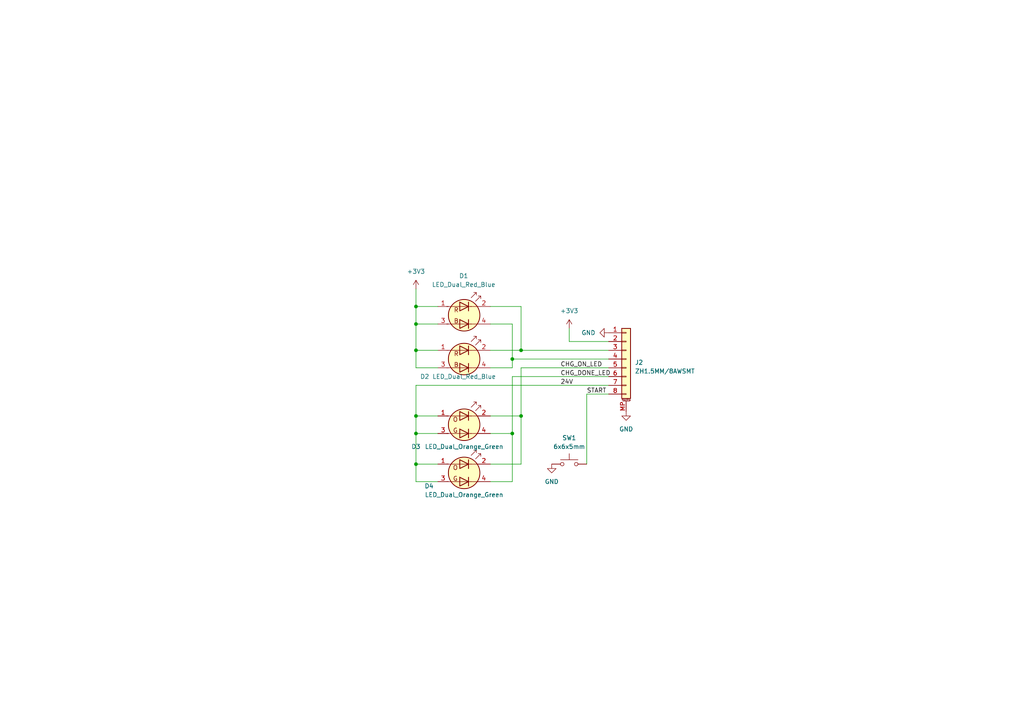
<source format=kicad_sch>
(kicad_sch (version 20231120) (generator "eeschema") (generator_version "8.0")
  (paper "A4")
  (title_block (title "EHSLS-01-Switch") (date "2022-05-09") (rev "V0.1") (company "Timye"))
  (lib_symbols
    (symbol "Connector_Generic_MountingPin:Conn_01x08_MountingPin" (pin_names (offset 1.016) hide)
      (property "Reference" "J" (at 0 10.16 0))
      (property "Value" "Conn_01x08_MountingPin" (at 1.27 -12.7 0))
      (symbol "Conn_01x08_MountingPin_1_1"
        (rectangle (start -1.27 -10.033) (end 0 -10.287) (stroke (width 0.1524)))
        (rectangle (start -1.27 -7.493) (end 0 -7.747) (stroke (width 0.1524)))
        (rectangle (start -1.27 -4.953) (end 0 -5.207) (stroke (width 0.1524)))
        (rectangle (start -1.27 -2.413) (end 0 -2.667) (stroke (width 0.1524)))
        (rectangle (start -1.27 0.127) (end 0 -0.127) (stroke (width 0.1524)))
        (rectangle (start -1.27 2.667) (end 0 2.413) (stroke (width 0.1524)))
        (rectangle (start -1.27 5.207) (end 0 4.953) (stroke (width 0.1524)))
        (rectangle (start -1.27 7.747) (end 0 7.493) (stroke (width 0.1524)))
        (rectangle (start -1.27 8.89) (end 1.27 -11.43) (stroke (width 0.254)) (fill (type background)))
        (polyline (pts (xy -1.016 -12.192) (xy 1.016 -12.192)) (stroke (width 0.1524)))
        (text "Mounting" (at 0 -11.811 0) (effects (font (size 0.381 0.381))))
        (pin passive line (at -5.08 7.62 0) (length 3.81) (name "Pin_1") (number "1"))
        (pin passive line (at -5.08 5.08 0) (length 3.81) (name "Pin_2") (number "2"))
        (pin passive line (at -5.08 2.54 0) (length 3.81) (name "Pin_3") (number "3"))
        (pin passive line (at -5.08 0 0) (length 3.81) (name "Pin_4") (number "4"))
        (pin passive line (at -5.08 -2.54 0) (length 3.81) (name "Pin_5") (number "5"))
        (pin passive line (at -5.08 -5.08 0) (length 3.81) (name "Pin_6") (number "6"))
        (pin passive line (at -5.08 -7.62 0) (length 3.81) (name "Pin_7") (number "7"))
        (pin passive line (at -5.08 -10.16 0) (length 3.81) (name "Pin_8") (number "8"))
        (pin passive line (at 0 -15.24 90) (length 3.048) (name "MountPin") (number "MP"))
      )
    )
    (symbol "Device:LED_Dual_AKAK" (pin_names (offset 0) hide)
      (property "Reference" "D?" (at -0.127 11.43 0))
      (property "Value" "LED_Dual_AKAK" (at -0.127 8.89 0))
      (symbol "LED_Dual_AKAK_0_0"
        (text "B" (at -2.286 -1.651 0) (effects (font (size 1.27 1.27))))
        (text "R" (at -2.286 1.524 0) (effects (font (size 1.27 1.27))))
      )
      (symbol "LED_Dual_AKAK_0_1"
        (polyline (pts (xy -5.08 -2.54) (xy 2.032 -2.54)))
        (polyline (pts (xy -5.08 2.54) (xy 2.032 2.54)))
        (polyline (pts (xy 1.27 -1.27) (xy 1.27 -3.81)) (stroke (width 0.254)))
        (polyline (pts (xy 1.27 3.81) (xy 1.27 1.27)) (stroke (width 0.254)))
        (polyline (pts (xy 3.81 -2.54) (xy 1.905 -2.54)))
        (polyline (pts (xy 3.81 2.54) (xy 1.905 2.54)))
        (polyline (pts (xy -1.27 -1.27) (xy -1.27 -3.81) (xy 1.27 -2.54) (xy -1.27 -1.27)) (stroke (width 0.254)))
        (polyline (pts (xy -1.27 3.81) (xy -1.27 1.27) (xy 1.27 2.54) (xy -1.27 3.81)) (stroke (width 0.254)))
        (polyline (pts (xy 2.032 5.08) (xy 3.556 6.604) (xy 2.794 6.604) (xy 3.556 6.604) (xy 3.556 5.842)))
        (polyline (pts (xy 3.302 4.064) (xy 4.826 5.588) (xy 4.064 5.588) (xy 4.826 5.588) (xy 4.826 4.826)))
        (circle (center 0 0) (radius 4.572) (stroke (width 0.254)) (fill (type background)))
      )
      (symbol "LED_Dual_AKAK_1_1"
        (pin input line (at -7.62 2.54 0) (length 3.048) (name "A1") (number "1"))
        (pin input line (at 7.62 2.54 180) (length 3.81) (name "K1") (number "2"))
        (pin input line (at -7.62 -2.54 0) (length 3.048) (name "A2") (number "3"))
        (pin input line (at 7.62 -2.54 180) (length 3.81) (name "K2") (number "4"))
      )
    )
    (symbol "GND_1" (power) (pin_names (offset 0))
      (property "Value" "GND_1" (at 0 -3.81 0))
      (symbol "GND_1_0_1"
        (polyline (pts (xy 0 0) (xy 0 -1.27) (xy 1.27 -1.27) (xy 0 -2.54) (xy -1.27 -1.27) (xy 0 -1.27)))
      )
      (symbol "GND_1_1_1"
        (pin power_in line (at 0 0 270) (length 0) hide (name "GND") (number "1"))
      )
    )
    (symbol "LED_Dual_AKAK_1" (pin_names (offset 0) hide)
      (property "Reference" "D?" (at -0.127 11.43 0))
      (property "Value" "LED_Dual_Orange_Green" (at -0.127 8.89 0))
      (symbol "LED_Dual_AKAK_1_0_0"
        (text "G" (at -2.54 -1.651 0) (effects (font (size 1.27 1.27))))
        (text "O" (at -2.54 1.524 0) (effects (font (size 1.27 1.27))))
      )
      (symbol "LED_Dual_AKAK_1_0_1"
        (polyline (pts (xy -5.08 -2.54) (xy 2.032 -2.54)))
        (polyline (pts (xy -5.08 2.54) (xy 2.032 2.54)))
        (polyline (pts (xy 1.27 -1.27) (xy 1.27 -3.81)) (stroke (width 0.254)))
        (polyline (pts (xy 1.27 3.81) (xy 1.27 1.27)) (stroke (width 0.254)))
        (polyline (pts (xy 3.81 -2.54) (xy 1.905 -2.54)))
        (polyline (pts (xy 3.81 2.54) (xy 1.905 2.54)))
        (polyline (pts (xy -1.27 -1.27) (xy -1.27 -3.81) (xy 1.27 -2.54) (xy -1.27 -1.27)) (stroke (width 0.254)))
        (polyline (pts (xy -1.27 3.81) (xy -1.27 1.27) (xy 1.27 2.54) (xy -1.27 3.81)) (stroke (width 0.254)))
        (polyline (pts (xy 2.032 5.08) (xy 3.556 6.604) (xy 2.794 6.604) (xy 3.556 6.604) (xy 3.556 5.842)))
        (polyline (pts (xy 3.302 4.064) (xy 4.826 5.588) (xy 4.064 5.588) (xy 4.826 5.588) (xy 4.826 4.826)))
        (circle (center 0 0) (radius 4.572) (stroke (width 0.254)) (fill (type background)))
      )
      (symbol "LED_Dual_AKAK_1_1_1"
        (pin input line (at -7.62 2.54 0) (length 3.048) (name "A1") (number "1"))
        (pin input line (at 7.62 2.54 180) (length 3.81) (name "K1") (number "2"))
        (pin input line (at -7.62 -2.54 0) (length 3.048) (name "A2") (number "3"))
        (pin input line (at 7.62 -2.54 180) (length 3.81) (name "K2") (number "4"))
      )
    )
    (symbol "Switch:SW_Push" (pin_numbers hide) (pin_names (offset 1.016) hide)
      (property "Reference" "SW" (at 1.27 2.54 0))
      (property "Value" "SW_Push" (at 0 -1.524 0))
      (symbol "SW_Push_0_1"
        (circle (center -2.032 0) (radius 0.508))
        (polyline (pts (xy 0 1.27) (xy 0 3.048)))
        (polyline (pts (xy 2.54 1.27) (xy -2.54 1.27)))
        (circle (center 2.032 0) (radius 0.508))
        (pin passive line (at -5.08 0 0) (length 2.54) (name "1") (number "1"))
        (pin passive line (at 5.08 0 180) (length 2.54) (name "2") (number "2"))
      )
    )
    (symbol "power:+3V3" (power) (pin_names (offset 0))
      (property "Value" "+3V3" (at 0 3.556 0))
      (symbol "+3V3_0_1"
        (polyline (pts (xy -0.762 1.27) (xy 0 2.54)))
        (polyline (pts (xy 0 0) (xy 0 2.54)))
        (polyline (pts (xy 0 2.54) (xy 0.762 1.27)))
      )
      (symbol "+3V3_1_1"
        (pin power_in line (at 0 0 90) (length 0) hide (name "+3V3") (number "1"))
      )
    )
    (symbol "power:GND" (power) (pin_names (offset 0))
      (property "Value" "GND" (at 0 -3.81 0))
      (symbol "GND_0_1"
        (polyline (pts (xy 0 0) (xy 0 -1.27) (xy 1.27 -1.27) (xy 0 -2.54) (xy -1.27 -1.27) (xy 0 -1.27)))
      )
      (symbol "GND_1_1"
        (pin power_in line (at 0 0 270) (length 0) hide (name "GND") (number "1"))
      )
    )
  )
  (junction (at 151.13 120.65))
  (junction (at 120.65 120.65))
  (junction (at 148.59 104.14))
  (junction (at 120.65 93.98))
  (junction (at 120.65 101.6))
  (junction (at 151.13 101.6))
  (junction (at 120.65 134.62))
  (junction (at 120.65 88.9))
  (junction (at 120.65 125.73))
  (junction (at 148.59 125.73))
  (wire (pts (xy 120.65 125.73) (xy 120.65 134.62)))
  (wire (pts (xy 151.13 101.6) (xy 142.24 101.6)))
  (wire (pts (xy 176.53 101.6) (xy 151.13 101.6)))
  (wire (pts (xy 120.65 93.98) (xy 127 93.98)))
  (wire (pts (xy 165.1 95.25) (xy 165.1 99.06)))
  (wire (pts (xy 151.13 88.9) (xy 151.13 101.6)))
  (wire (pts (xy 170.18 114.3) (xy 170.18 134.62)))
  (wire (pts (xy 120.65 111.76) (xy 120.65 120.65)))
  (wire (pts (xy 142.24 120.65) (xy 151.13 120.65)))
  (wire (pts (xy 120.65 134.62) (xy 120.65 139.7)))
  (wire (pts (xy 148.59 109.22) (xy 176.53 109.22)))
  (wire (pts (xy 127 106.68) (xy 120.65 106.68)))
  (wire (pts (xy 170.18 114.3) (xy 176.53 114.3)))
  (wire (pts (xy 148.59 93.98) (xy 142.24 93.98)))
  (wire (pts (xy 142.24 88.9) (xy 151.13 88.9)))
  (wire (pts (xy 120.65 106.68) (xy 120.65 101.6)))
  (wire (pts (xy 142.24 125.73) (xy 148.59 125.73)))
  (wire (pts (xy 148.59 125.73) (xy 148.59 109.22)))
  (wire (pts (xy 120.65 125.73) (xy 127 125.73)))
  (wire (pts (xy 120.65 134.62) (xy 127 134.62)))
  (wire (pts (xy 165.1 99.06) (xy 176.53 99.06)))
  (wire (pts (xy 120.65 120.65) (xy 120.65 125.73)))
  (wire (pts (xy 142.24 134.62) (xy 151.13 134.62)))
  (wire (pts (xy 148.59 93.98) (xy 148.59 104.14)))
  (wire (pts (xy 151.13 134.62) (xy 151.13 120.65)))
  (wire (pts (xy 120.65 101.6) (xy 127 101.6)))
  (wire (pts (xy 120.65 93.98) (xy 120.65 88.9)))
  (wire (pts (xy 151.13 120.65) (xy 151.13 106.68)))
  (wire (pts (xy 120.65 88.9) (xy 120.65 83.82)))
  (wire (pts (xy 142.24 139.7) (xy 148.59 139.7)))
  (wire (pts (xy 120.65 88.9) (xy 127 88.9)))
  (wire (pts (xy 120.65 101.6) (xy 120.65 93.98)))
  (wire (pts (xy 120.65 111.76) (xy 176.53 111.76)))
  (wire (pts (xy 148.59 104.14) (xy 148.59 106.68)))
  (wire (pts (xy 120.65 139.7) (xy 127 139.7)))
  (wire (pts (xy 148.59 104.14) (xy 176.53 104.14)))
  (wire (pts (xy 151.13 106.68) (xy 176.53 106.68)))
  (wire (pts (xy 120.65 120.65) (xy 127 120.65)))
  (wire (pts (xy 148.59 106.68) (xy 142.24 106.68)))
  (wire (pts (xy 148.59 139.7) (xy 148.59 125.73)))
  (label "CHG_DONE_LED" (at 162.56 109.22 0))
  (label "CHG_ON_LED" (at 162.56 106.68 0))
  (label "START" (at 170.18 114.3 0))
  (label "24V" (at 162.56 111.76 0))
  (symbol (lib_name "LED_Dual_AKAK_1") (lib_id "Device:LED_Dual_AKAK") (at 134.62 123.19 0) (unit 1)
    (property "Reference" "D3" (at 120.65 129.54 0))
    (property "Value" "LED_Dual_Orange_Green" (at 134.62 129.54 0))
    (property "Footprint" "Ovo_LED_SMD:LED_Dual_1.6x1.5mm" (effects (hide yes)))
  )
  (symbol (lib_id "Device:LED_Dual_AKAK") (at 134.62 104.14 0) (unit 1)
    (property "Reference" "D2" (at 123.19 109.22 0))
    (property "Value" "LED_Dual_Red_Blue" (at 134.62 109.22 0))
    (property "Footprint" "Ovo_LED_SMD:LED_Dual_1.6x1.5mm" (effects (hide yes)))
  )
  (symbol (lib_id "Device:LED_Dual_AKAK") (at 134.62 91.44 0) (unit 1)
    (property "Reference" "D1" (at 134.493 80.01 0))
    (property "Value" "LED_Dual_Red_Blue" (at 134.493 82.55 0))
    (property "Footprint" "Ovo_LED_SMD:LED_Dual_1.6x1.5mm" (effects (hide yes)))
  )
  (symbol (lib_id "power:GND") (at 160.02 134.62 0) (unit 1)
    (property "Reference" "#PWR0102" (effects (hide yes)))
    (property "Value" "GND" (at 160.02 139.7 0))
  )
  (symbol (lib_name "LED_Dual_AKAK_1") (lib_id "Device:LED_Dual_AKAK") (at 134.62 137.16 0) (unit 1)
    (property "Reference" "D4" (at 124.46 140.97 0))
    (property "Value" "LED_Dual_Orange_Green" (at 134.62 143.51 0))
    (property "Footprint" "Ovo_LED_SMD:LED_Dual_1.6x1.5mm" (effects (hide yes)))
  )
  (symbol (lib_id "power:GND") (at 176.53 96.52 270) (unit 1)
    (property "Reference" "#PWR0103" (effects (hide yes)))
    (property "Value" "GND" (at 172.72 96.5199 90) (effects (justify right)))
  )
  (symbol (lib_id "power:+3V3") (at 120.65 83.82 0) (unit 1)
    (property "Reference" "#PWR0101" (effects (hide yes)))
    (property "Value" "+3V3" (at 120.65 78.74 0))
  )
  (symbol (lib_id "Switch:SW_Push") (at 165.1 134.62 0) (unit 1)
    (property "Reference" "SW1" (at 165.1 127 0))
    (property "Value" "6x6x5mm" (at 165.1 129.54 0))
    (property "Footprint" "Button_Switch_SMD:SW_Push_1P1T_NO_6x6mm_H9.5mm" (effects (hide yes)))
  )
  (symbol (lib_id "Connector_Generic_MountingPin:Conn_01x08_MountingPin") (at 181.61 104.14 0) (unit 1)
    (property "Reference" "J2" (at 184.15 105.1306 0) (effects (justify left)))
    (property "Value" "ZH1.5MM/8AWSMT" (at 184.15 107.6706 0) (effects (justify left)))
    (property "Footprint" "Ovo_Connector_JST:JST_ZH_S8B-ZR-SM4-TF_1x08-1MP_P1.50mm_Horizontal" (effects (hide yes)))
  )
  (symbol (lib_id "power:+3V3") (at 165.1 95.25 0) (mirror y) (unit 1)
    (property "Reference" "#PWR0104" (effects (hide yes)))
    (property "Value" "+3V3" (at 165.1 90.17 0))
  )
  (symbol (lib_name "GND_1") (lib_id "power:GND") (at 181.61 119.38 0) (unit 1)
    (property "Reference" "#PWR01" (effects (hide yes)))
    (property "Value" "GND" (at 181.61 124.46 0))
  )
)
</source>
